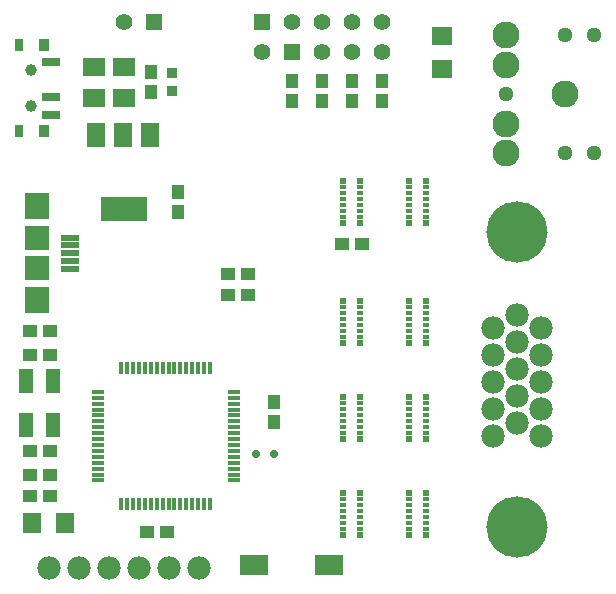
<source format=gts>
G75*
%MOIN*%
%OFA0B0*%
%FSLAX24Y24*%
%IPPOS*%
%LPD*%
%AMOC8*
5,1,8,0,0,1.08239X$1,22.5*
%
%ADD10C,0.0780*%
%ADD11C,0.2040*%
%ADD12R,0.0670X0.0591*%
%ADD13C,0.0900*%
%ADD14C,0.0512*%
%ADD15R,0.0434X0.0473*%
%ADD16R,0.0355X0.0355*%
%ADD17R,0.0630X0.0830*%
%ADD18R,0.1540X0.0830*%
%ADD19R,0.0749X0.0591*%
%ADD20R,0.0555X0.0555*%
%ADD21C,0.0555*%
%ADD22R,0.0434X0.0127*%
%ADD23R,0.0127X0.0434*%
%ADD24R,0.0473X0.0434*%
%ADD25R,0.0591X0.0197*%
%ADD26R,0.0788X0.0827*%
%ADD27R,0.0788X0.0906*%
%ADD28R,0.0591X0.0670*%
%ADD29R,0.0631X0.0316*%
%ADD30R,0.0276X0.0434*%
%ADD31R,0.0355X0.0434*%
%ADD32C,0.0394*%
%ADD33R,0.0237X0.0190*%
%ADD34R,0.0237X0.0138*%
%ADD35R,0.0473X0.0788*%
%ADD36C,0.0276*%
%ADD37R,0.0946X0.0670*%
D10*
X001827Y000860D03*
X002827Y000860D03*
X003827Y000860D03*
X004827Y000860D03*
X005827Y000860D03*
X006827Y000860D03*
X016627Y005254D03*
X016627Y006156D03*
X017427Y006605D03*
X018227Y006156D03*
X017427Y005703D03*
X018227Y005254D03*
X018227Y007058D03*
X017427Y007506D03*
X018227Y007959D03*
X017427Y008408D03*
X018227Y008861D03*
X017427Y009310D03*
X016627Y008861D03*
X016627Y007959D03*
X016627Y007058D03*
D11*
X017427Y002239D03*
X017427Y012081D03*
D12*
X014927Y017509D03*
X014927Y018611D03*
D13*
X017059Y018629D03*
X017059Y017644D03*
X019027Y016660D03*
X017059Y015676D03*
X017059Y014691D03*
D14*
X019027Y014691D03*
X020012Y014691D03*
X017059Y016660D03*
X019027Y018629D03*
X020012Y018629D03*
D15*
X012927Y017095D03*
X012927Y016425D03*
X011927Y016425D03*
X011927Y017095D03*
X010927Y017095D03*
X010927Y016425D03*
X009927Y016425D03*
X009927Y017095D03*
X005227Y017395D03*
X005227Y016725D03*
X006127Y013395D03*
X006127Y012725D03*
X009327Y006395D03*
X009327Y005725D03*
D16*
X005927Y016765D03*
X005927Y017355D03*
D17*
X005217Y015300D03*
X004317Y015300D03*
X003417Y015300D03*
D18*
X004327Y012820D03*
D19*
X004327Y016548D03*
X003327Y016548D03*
X003327Y017572D03*
X004327Y017572D03*
D20*
X005327Y019060D03*
X008927Y019060D03*
X009927Y018060D03*
D21*
X008927Y018060D03*
X009927Y019060D03*
X010927Y019060D03*
X011927Y019060D03*
X012927Y019060D03*
X012927Y018060D03*
X011927Y018060D03*
X010927Y018060D03*
X004327Y019060D03*
D22*
X003464Y006736D03*
X003464Y006540D03*
X003464Y006343D03*
X003464Y006146D03*
X003464Y005949D03*
X003464Y005752D03*
X003464Y005555D03*
X003464Y005358D03*
X003464Y005162D03*
X003464Y004965D03*
X003464Y004768D03*
X003464Y004571D03*
X003464Y004374D03*
X003464Y004177D03*
X003464Y003980D03*
X003464Y003784D03*
X007991Y003784D03*
X007991Y003980D03*
X007991Y004177D03*
X007991Y004374D03*
X007991Y004571D03*
X007991Y004768D03*
X007991Y004965D03*
X007991Y005162D03*
X007991Y005358D03*
X007991Y005555D03*
X007991Y005752D03*
X007991Y005949D03*
X007991Y006146D03*
X007991Y006343D03*
X007991Y006540D03*
X007991Y006736D03*
D23*
X007204Y007524D03*
X007007Y007524D03*
X006810Y007524D03*
X006613Y007524D03*
X006416Y007524D03*
X006219Y007524D03*
X006023Y007524D03*
X005826Y007524D03*
X005629Y007524D03*
X005432Y007524D03*
X005235Y007524D03*
X005038Y007524D03*
X004842Y007524D03*
X004645Y007524D03*
X004448Y007524D03*
X004251Y007524D03*
X004251Y002996D03*
X004448Y002996D03*
X004645Y002996D03*
X004842Y002996D03*
X005038Y002996D03*
X005235Y002996D03*
X005432Y002996D03*
X005629Y002996D03*
X005826Y002996D03*
X006023Y002996D03*
X006219Y002996D03*
X006416Y002996D03*
X006613Y002996D03*
X006810Y002996D03*
X007007Y002996D03*
X007204Y002996D03*
D24*
X005762Y002060D03*
X005093Y002060D03*
X001862Y003260D03*
X001193Y003260D03*
X001193Y003960D03*
X001862Y003960D03*
X001862Y004760D03*
X001193Y004760D03*
X001193Y007960D03*
X001862Y007960D03*
X001862Y008760D03*
X001193Y008760D03*
X007793Y009960D03*
X008462Y009960D03*
X008462Y010660D03*
X007793Y010660D03*
X011593Y011660D03*
X012262Y011660D03*
D25*
X002549Y011616D03*
X002549Y011872D03*
X002549Y011360D03*
X002549Y011104D03*
X002549Y010848D03*
D26*
X001427Y010868D03*
X001427Y011852D03*
D27*
X001427Y012935D03*
X001427Y009785D03*
D28*
X001276Y002360D03*
X002379Y002360D03*
D29*
X001916Y015974D03*
X001916Y016565D03*
X001916Y017746D03*
D30*
X000834Y018297D03*
X000834Y015423D03*
D31*
X001660Y015423D03*
X001660Y018297D03*
D32*
X001227Y017451D03*
X001227Y016269D03*
D33*
X011632Y013749D03*
X012223Y013749D03*
X012223Y012371D03*
X011632Y012371D03*
X013832Y012371D03*
X014423Y012371D03*
X014423Y013749D03*
X013832Y013749D03*
X013832Y009749D03*
X014423Y009749D03*
X014423Y008371D03*
X013832Y008371D03*
X012223Y008371D03*
X011632Y008371D03*
X011632Y009749D03*
X012223Y009749D03*
X012223Y006549D03*
X011632Y006549D03*
X011632Y005171D03*
X012223Y005171D03*
X013832Y005171D03*
X014423Y005171D03*
X014423Y006549D03*
X013832Y006549D03*
X013832Y003349D03*
X014423Y003349D03*
X014423Y001971D03*
X013832Y001971D03*
X012223Y001971D03*
X011632Y001971D03*
X011632Y003349D03*
X012223Y003349D03*
D34*
X012223Y003152D03*
X012223Y002955D03*
X012223Y002758D03*
X012223Y002562D03*
X012223Y002365D03*
X012223Y002168D03*
X011632Y002168D03*
X011632Y002365D03*
X011632Y002562D03*
X011632Y002758D03*
X011632Y002955D03*
X011632Y003152D03*
X013832Y003152D03*
X013832Y002955D03*
X013832Y002758D03*
X013832Y002562D03*
X013832Y002365D03*
X013832Y002168D03*
X014423Y002168D03*
X014423Y002365D03*
X014423Y002562D03*
X014423Y002758D03*
X014423Y002955D03*
X014423Y003152D03*
X014423Y005368D03*
X014423Y005565D03*
X014423Y005762D03*
X014423Y005958D03*
X014423Y006155D03*
X014423Y006352D03*
X013832Y006352D03*
X013832Y006155D03*
X013832Y005958D03*
X013832Y005762D03*
X013832Y005565D03*
X013832Y005368D03*
X012223Y005368D03*
X012223Y005565D03*
X012223Y005762D03*
X012223Y005958D03*
X012223Y006155D03*
X012223Y006352D03*
X011632Y006352D03*
X011632Y006155D03*
X011632Y005958D03*
X011632Y005762D03*
X011632Y005565D03*
X011632Y005368D03*
X011632Y008568D03*
X011632Y008765D03*
X011632Y008962D03*
X011632Y009158D03*
X011632Y009355D03*
X011632Y009552D03*
X012223Y009552D03*
X012223Y009355D03*
X012223Y009158D03*
X012223Y008962D03*
X012223Y008765D03*
X012223Y008568D03*
X013832Y008568D03*
X013832Y008765D03*
X013832Y008962D03*
X013832Y009158D03*
X013832Y009355D03*
X013832Y009552D03*
X014423Y009552D03*
X014423Y009355D03*
X014423Y009158D03*
X014423Y008962D03*
X014423Y008765D03*
X014423Y008568D03*
X014423Y012568D03*
X014423Y012765D03*
X014423Y012962D03*
X014423Y013158D03*
X014423Y013355D03*
X014423Y013552D03*
X013832Y013552D03*
X013832Y013355D03*
X013832Y013158D03*
X013832Y012962D03*
X013832Y012765D03*
X013832Y012568D03*
X012223Y012568D03*
X012223Y012765D03*
X012223Y012962D03*
X012223Y013158D03*
X012223Y013355D03*
X012223Y013552D03*
X011632Y013552D03*
X011632Y013355D03*
X011632Y013158D03*
X011632Y012962D03*
X011632Y012765D03*
X011632Y012568D03*
D35*
X001980Y007088D03*
X001075Y007088D03*
X001075Y005632D03*
X001980Y005632D03*
D36*
X008727Y004660D03*
X009327Y004660D03*
D37*
X008687Y000960D03*
X011168Y000960D03*
M02*

</source>
